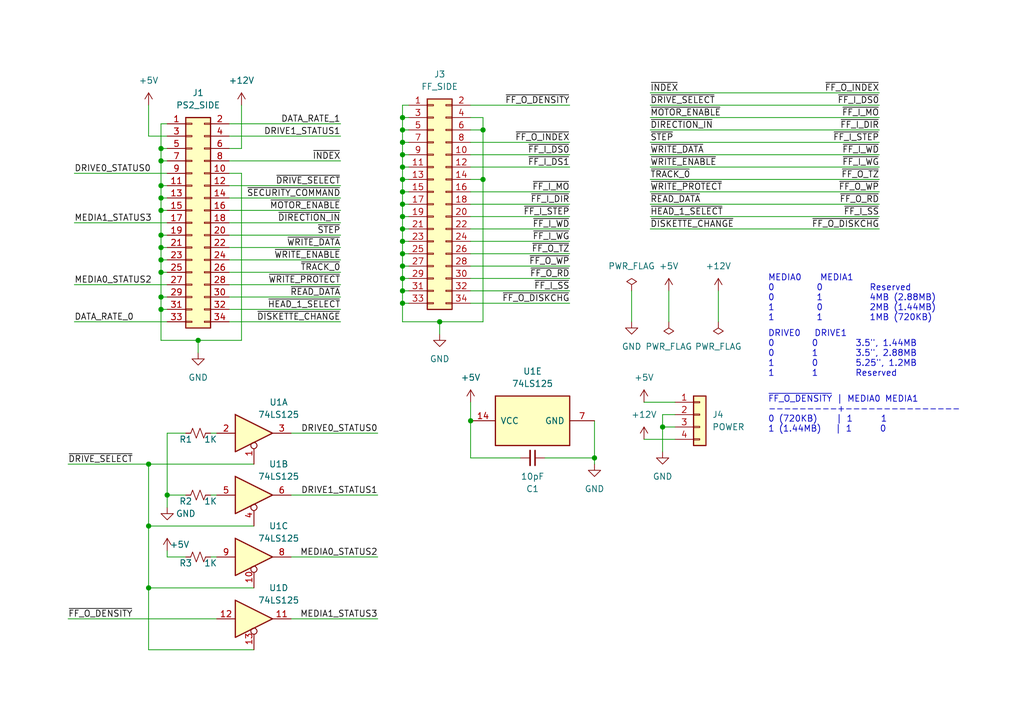
<source format=kicad_sch>
(kicad_sch (version 20211123) (generator eeschema)
  (paper "A5")
  (title_block (title "PS/2 FlashFloppy Media Sense Adapter") (date "2022-09-28") (rev "B") (company "June Tate-Gans (Nybbles and Bytes)") (comment 1 "june@theonelab.com"))
  (lib_symbols
    (symbol "74xx:74LS125" (pin_names (offset 1.016))
      (property "Reference" "U" (at 0 1.27 0))
      (property "Value" "74LS125" (at 0 -1.27 0))
      (symbol "74LS125_1_0"
        (polyline (pts (xy -3.81 3.81) (xy -3.81 -3.81) (xy 3.81 0) (xy -3.81 3.81)) (stroke (width 0.254)) (fill (type background)))
        (pin input inverted (at 0 -6.35 90) (length 4.445) (name "~") (number "1"))
        (pin input line (at -7.62 0 0) (length 3.81) (name "~") (number "2"))
        (pin tri_state line (at 7.62 0 180) (length 3.81) (name "~") (number "3"))
      )
      (symbol "74LS125_2_0"
        (polyline (pts (xy -3.81 3.81) (xy -3.81 -3.81) (xy 3.81 0) (xy -3.81 3.81)) (stroke (width 0.254)) (fill (type background)))
        (pin input inverted (at 0 -6.35 90) (length 4.445) (name "~") (number "4"))
        (pin input line (at -7.62 0 0) (length 3.81) (name "~") (number "5"))
        (pin tri_state line (at 7.62 0 180) (length 3.81) (name "~") (number "6"))
      )
      (symbol "74LS125_3_0"
        (polyline (pts (xy -3.81 3.81) (xy -3.81 -3.81) (xy 3.81 0) (xy -3.81 3.81)) (stroke (width 0.254)) (fill (type background)))
        (pin input inverted (at 0 -6.35 90) (length 4.445) (name "~") (number "10"))
        (pin tri_state line (at 7.62 0 180) (length 3.81) (name "~") (number "8"))
        (pin input line (at -7.62 0 0) (length 3.81) (name "~") (number "9"))
      )
      (symbol "74LS125_4_0"
        (polyline (pts (xy -3.81 3.81) (xy -3.81 -3.81) (xy 3.81 0) (xy -3.81 3.81)) (stroke (width 0.254)) (fill (type background)))
        (pin tri_state line (at 7.62 0 180) (length 3.81) (name "~") (number "11"))
        (pin input line (at -7.62 0 0) (length 3.81) (name "~") (number "12"))
        (pin input inverted (at 0 -6.35 90) (length 4.445) (name "~") (number "13"))
      )
      (symbol "74LS125_5_0"
        (pin power_in line (at 0 12.7 270) (length 5.08) (name "VCC") (number "14"))
        (pin power_in line (at 0 -12.7 90) (length 5.08) (name "GND") (number "7"))
      )
      (symbol "74LS125_5_1"
        (rectangle (start -5.08 7.62) (end 5.08 -7.62) (stroke (width 0.254)) (fill (type background)))
      )
    )
    (symbol "Conn_02x17_Odd_Even_1" (pin_names (offset 1.016) hide)
      (property "Reference" "J" (at 1.27 22.86 0))
      (property "Value" "Conn_02x17_Odd_Even_1" (at 1.27 -22.86 0))
      (symbol "Conn_02x17_Odd_Even_1_1_1"
        (rectangle (start -1.27 -20.193) (end 0 -20.447) (stroke (width 0.1524)))
        (rectangle (start -1.27 -17.653) (end 0 -17.907) (stroke (width 0.1524)))
        (rectangle (start -1.27 -15.113) (end 0 -15.367) (stroke (width 0.1524)))
        (rectangle (start -1.27 -12.573) (end 0 -12.827) (stroke (width 0.1524)))
        (rectangle (start -1.27 -10.033) (end 0 -10.287) (stroke (width 0.1524)))
        (rectangle (start -1.27 -7.493) (end 0 -7.747) (stroke (width 0.1524)))
        (rectangle (start -1.27 -4.953) (end 0 -5.207) (stroke (width 0.1524)))
        (rectangle (start -1.27 -2.413) (end 0 -2.667) (stroke (width 0.1524)))
        (rectangle (start -1.27 0.127) (end 0 -0.127) (stroke (width 0.1524)))
        (rectangle (start -1.27 2.667) (end 0 2.413) (stroke (width 0.1524)))
        (rectangle (start -1.27 5.207) (end 0 4.953) (stroke (width 0.1524)))
        (rectangle (start -1.27 7.747) (end 0 7.493) (stroke (width 0.1524)))
        (rectangle (start -1.27 10.287) (end 0 10.033) (stroke (width 0.1524)))
        (rectangle (start -1.27 12.827) (end 0 12.573) (stroke (width 0.1524)))
        (rectangle (start -1.27 15.367) (end 0 15.113) (stroke (width 0.1524)))
        (rectangle (start -1.27 17.907) (end 0 17.653) (stroke (width 0.1524)))
        (rectangle (start -1.27 20.447) (end 0 20.193) (stroke (width 0.1524)))
        (rectangle (start -1.27 21.59) (end 3.81 -21.59) (stroke (width 0.254)) (fill (type background)))
        (rectangle (start 3.81 -20.193) (end 2.54 -20.447) (stroke (width 0.1524)))
        (rectangle (start 3.81 -17.653) (end 2.54 -17.907) (stroke (width 0.1524)))
        (rectangle (start 3.81 -15.113) (end 2.54 -15.367) (stroke (width 0.1524)))
        (rectangle (start 3.81 -12.573) (end 2.54 -12.827) (stroke (width 0.1524)))
        (rectangle (start 3.81 -10.033) (end 2.54 -10.287) (stroke (width 0.1524)))
        (rectangle (start 3.81 -7.493) (end 2.54 -7.747) (stroke (width 0.1524)))
        (rectangle (start 3.81 -4.953) (end 2.54 -5.207) (stroke (width 0.1524)))
        (rectangle (start 3.81 -2.413) (end 2.54 -2.667) (stroke (width 0.1524)))
        (rectangle (start 3.81 0.127) (end 2.54 -0.127) (stroke (width 0.1524)))
        (rectangle (start 3.81 2.667) (end 2.54 2.413) (stroke (width 0.1524)))
        (rectangle (start 3.81 5.207) (end 2.54 4.953) (stroke (width 0.1524)))
        (rectangle (start 3.81 7.747) (end 2.54 7.493) (stroke (width 0.1524)))
        (rectangle (start 3.81 10.287) (end 2.54 10.033) (stroke (width 0.1524)))
        (rectangle (start 3.81 12.827) (end 2.54 12.573) (stroke (width 0.1524)))
        (rectangle (start 3.81 15.367) (end 2.54 15.113) (stroke (width 0.1524)))
        (rectangle (start 3.81 17.907) (end 2.54 17.653) (stroke (width 0.1524)))
        (rectangle (start 3.81 20.447) (end 2.54 20.193) (stroke (width 0.1524)))
        (pin passive line (at -5.08 20.32 0) (length 3.81) (name "Pin_1") (number "1"))
        (pin passive line (at 7.62 10.16 180) (length 3.81) (name "Pin_10") (number "10"))
        (pin passive line (at -5.08 7.62 0) (length 3.81) (name "Pin_11") (number "11"))
        (pin passive line (at 7.62 7.62 180) (length 3.81) (name "Pin_12") (number "12"))
        (pin passive line (at -5.08 5.08 0) (length 3.81) (name "Pin_13") (number "13"))
        (pin passive line (at 7.62 5.08 180) (length 3.81) (name "Pin_14") (number "14"))
        (pin passive line (at -5.08 2.54 0) (length 3.81) (name "Pin_15") (number "15"))
        (pin passive line (at 7.62 2.54 180) (length 3.81) (name "Pin_16") (number "16"))
        (pin passive line (at -5.08 0 0) (length 3.81) (name "Pin_17") (number "17"))
        (pin passive line (at 7.62 0 180) (length 3.81) (name "Pin_18") (number "18"))
        (pin passive line (at -5.08 -2.54 0) (length 3.81) (name "Pin_19") (number "19"))
        (pin passive line (at 7.62 20.32 180) (length 3.81) (name "Pin_2") (number "2"))
        (pin passive line (at 7.62 -2.54 180) (length 3.81) (name "Pin_20") (number "20"))
        (pin passive line (at -5.08 -5.08 0) (length 3.81) (name "Pin_21") (number "21"))
        (pin passive line (at 7.62 -5.08 180) (length 3.81) (name "Pin_22") (number "22"))
        (pin passive line (at -5.08 -7.62 0) (length 3.81) (name "Pin_23") (number "23"))
        (pin passive line (at 7.62 -7.62 180) (length 3.81) (name "Pin_24") (number "24"))
        (pin passive line (at -5.08 -10.16 0) (length 3.81) (name "Pin_25") (number "25"))
        (pin passive line (at 7.62 -10.16 180) (length 3.81) (name "Pin_26") (number "26"))
        (pin passive line (at -5.08 -12.7 0) (length 3.81) (name "Pin_27") (number "27"))
        (pin passive line (at 7.62 -12.7 180) (length 3.81) (name "Pin_28") (number "28"))
        (pin passive line (at -5.08 -15.24 0) (length 3.81) (name "Pin_29") (number "29"))
        (pin passive line (at -5.08 17.78 0) (length 3.81) (name "Pin_3") (number "3"))
        (pin passive line (at 7.62 -15.24 180) (length 3.81) (name "Pin_30") (number "30"))
        (pin passive line (at -5.08 -17.78 0) (length 3.81) (name "Pin_31") (number "31"))
        (pin passive line (at 7.62 -17.78 180) (length 3.81) (name "Pin_32") (number "32"))
        (pin passive line (at -5.08 -20.32 0) (length 3.81) (name "Pin_33") (number "33"))
        (pin passive line (at 7.62 -20.32 180) (length 3.81) (name "Pin_34") (number "34"))
        (pin passive line (at 7.62 17.78 180) (length 3.81) (name "Pin_4") (number "4"))
        (pin passive line (at -5.08 15.24 0) (length 3.81) (name "Pin_5") (number "5"))
        (pin passive line (at 7.62 15.24 180) (length 3.81) (name "Pin_6") (number "6"))
        (pin passive line (at -5.08 12.7 0) (length 3.81) (name "Pin_7") (number "7"))
        (pin passive line (at 7.62 12.7 180) (length 3.81) (name "Pin_8") (number "8"))
        (pin passive line (at -5.08 10.16 0) (length 3.81) (name "Pin_9") (number "9"))
      )
    )
    (symbol "Connector_Generic:Conn_01x04" (pin_names (offset 1.016) hide)
      (property "Reference" "J" (at 0 5.08 0))
      (property "Value" "Conn_01x04" (at 0 -7.62 0))
      (symbol "Conn_01x04_1_1"
        (rectangle (start -1.27 -4.953) (end 0 -5.207) (stroke (width 0.1524)))
        (rectangle (start -1.27 -2.413) (end 0 -2.667) (stroke (width 0.1524)))
        (rectangle (start -1.27 0.127) (end 0 -0.127) (stroke (width 0.1524)))
        (rectangle (start -1.27 2.667) (end 0 2.413) (stroke (width 0.1524)))
        (rectangle (start -1.27 3.81) (end 1.27 -6.35) (stroke (width 0.254)) (fill (type background)))
        (pin passive line (at -5.08 2.54 0) (length 3.81) (name "Pin_1") (number "1"))
        (pin passive line (at -5.08 0 0) (length 3.81) (name "Pin_2") (number "2"))
        (pin passive line (at -5.08 -2.54 0) (length 3.81) (name "Pin_3") (number "3"))
        (pin passive line (at -5.08 -5.08 0) (length 3.81) (name "Pin_4") (number "4"))
      )
    )
    (symbol "Connector_Generic:Conn_02x17_Odd_Even" (pin_names (offset 1.016) hide)
      (property "Reference" "J" (at 1.27 22.86 0))
      (property "Value" "Conn_02x17_Odd_Even" (at 1.27 -22.86 0))
      (symbol "Conn_02x17_Odd_Even_1_1"
        (rectangle (start -1.27 -20.193) (end 0 -20.447) (stroke (width 0.1524)))
        (rectangle (start -1.27 -17.653) (end 0 -17.907) (stroke (width 0.1524)))
        (rectangle (start -1.27 -15.113) (end 0 -15.367) (stroke (width 0.1524)))
        (rectangle (start -1.27 -12.573) (end 0 -12.827) (stroke (width 0.1524)))
        (rectangle (start -1.27 -10.033) (end 0 -10.287) (stroke (width 0.1524)))
        (rectangle (start -1.27 -7.493) (end 0 -7.747) (stroke (width 0.1524)))
        (rectangle (start -1.27 -4.953) (end 0 -5.207) (stroke (width 0.1524)))
        (rectangle (start -1.27 -2.413) (end 0 -2.667) (stroke (width 0.1524)))
        (rectangle (start -1.27 0.127) (end 0 -0.127) (stroke (width 0.1524)))
        (rectangle (start -1.27 2.667) (end 0 2.413) (stroke (width 0.1524)))
        (rectangle (start -1.27 5.207) (end 0 4.953) (stroke (width 0.1524)))
        (rectangle (start -1.27 7.747) (end 0 7.493) (stroke (width 0.1524)))
        (rectangle (start -1.27 10.287) (end 0 10.033) (stroke (width 0.1524)))
        (rectangle (start -1.27 12.827) (end 0 12.573) (stroke (width 0.1524)))
        (rectangle (start -1.27 15.367) (end 0 15.113) (stroke (width 0.1524)))
        (rectangle (start -1.27 17.907) (end 0 17.653) (stroke (width 0.1524)))
        (rectangle (start -1.27 20.447) (end 0 20.193) (stroke (width 0.1524)))
        (rectangle (start -1.27 21.59) (end 3.81 -21.59) (stroke (width 0.254)) (fill (type background)))
        (rectangle (start 3.81 -20.193) (end 2.54 -20.447) (stroke (width 0.1524)))
        (rectangle (start 3.81 -17.653) (end 2.54 -17.907) (stroke (width 0.1524)))
        (rectangle (start 3.81 -15.113) (end 2.54 -15.367) (stroke (width 0.1524)))
        (rectangle (start 3.81 -12.573) (end 2.54 -12.827) (stroke (width 0.1524)))
        (rectangle (start 3.81 -10.033) (end 2.54 -10.287) (stroke (width 0.1524)))
        (rectangle (start 3.81 -7.493) (end 2.54 -7.747) (stroke (width 0.1524)))
        (rectangle (start 3.81 -4.953) (end 2.54 -5.207) (stroke (width 0.1524)))
        (rectangle (start 3.81 -2.413) (end 2.54 -2.667) (stroke (width 0.1524)))
        (rectangle (start 3.81 0.127) (end 2.54 -0.127) (stroke (width 0.1524)))
        (rectangle (start 3.81 2.667) (end 2.54 2.413) (stroke (width 0.1524)))
        (rectangle (start 3.81 5.207) (end 2.54 4.953) (stroke (width 0.1524)))
        (rectangle (start 3.81 7.747) (end 2.54 7.493) (stroke (width 0.1524)))
        (rectangle (start 3.81 10.287) (end 2.54 10.033) (stroke (width 0.1524)))
        (rectangle (start 3.81 12.827) (end 2.54 12.573) (stroke (width 0.1524)))
        (rectangle (start 3.81 15.367) (end 2.54 15.113) (stroke (width 0.1524)))
        (rectangle (start 3.81 17.907) (end 2.54 17.653) (stroke (width 0.1524)))
        (rectangle (start 3.81 20.447) (end 2.54 20.193) (stroke (width 0.1524)))
        (pin passive line (at -5.08 20.32 0) (length 3.81) (name "Pin_1") (number "1"))
        (pin passive line (at 7.62 10.16 180) (length 3.81) (name "Pin_10") (number "10"))
        (pin passive line (at -5.08 7.62 0) (length 3.81) (name "Pin_11") (number "11"))
        (pin passive line (at 7.62 7.62 180) (length 3.81) (name "Pin_12") (number "12"))
        (pin passive line (at -5.08 5.08 0) (length 3.81) (name "Pin_13") (number "13"))
        (pin passive line (at 7.62 5.08 180) (length 3.81) (name "Pin_14") (number "14"))
        (pin passive line (at -5.08 2.54 0) (length 3.81) (name "Pin_15") (number "15"))
        (pin passive line (at 7.62 2.54 180) (length 3.81) (name "Pin_16") (number "16"))
        (pin passive line (at -5.08 0 0) (length 3.81) (name "Pin_17") (number "17"))
        (pin passive line (at 7.62 0 180) (length 3.81) (name "Pin_18") (number "18"))
        (pin passive line (at -5.08 -2.54 0) (length 3.81) (name "Pin_19") (number "19"))
        (pin passive line (at 7.62 20.32 180) (length 3.81) (name "Pin_2") (number "2"))
        (pin passive line (at 7.62 -2.54 180) (length 3.81) (name "Pin_20") (number "20"))
        (pin passive line (at -5.08 -5.08 0) (length 3.81) (name "Pin_21") (number "21"))
        (pin passive line (at 7.62 -5.08 180) (length 3.81) (name "Pin_22") (number "22"))
        (pin passive line (at -5.08 -7.62 0) (length 3.81) (name "Pin_23") (number "23"))
        (pin passive line (at 7.62 -7.62 180) (length 3.81) (name "Pin_24") (number "24"))
        (pin passive line (at -5.08 -10.16 0) (length 3.81) (name "Pin_25") (number "25"))
        (pin passive line (at 7.62 -10.16 180) (length 3.81) (name "Pin_26") (number "26"))
        (pin passive line (at -5.08 -12.7 0) (length 3.81) (name "Pin_27") (number "27"))
        (pin passive line (at 7.62 -12.7 180) (length 3.81) (name "Pin_28") (number "28"))
        (pin passive line (at -5.08 -15.24 0) (length 3.81) (name "Pin_29") (number "29"))
        (pin passive line (at -5.08 17.78 0) (length 3.81) (name "Pin_3") (number "3"))
        (pin passive line (at 7.62 -15.24 180) (length 3.81) (name "Pin_30") (number "30"))
        (pin passive line (at -5.08 -17.78 0) (length 3.81) (name "Pin_31") (number "31"))
        (pin passive line (at 7.62 -17.78 180) (length 3.81) (name "Pin_32") (number "32"))
        (pin passive line (at -5.08 -20.32 0) (length 3.81) (name "Pin_33") (number "33"))
        (pin passive line (at 7.62 -20.32 180) (length 3.81) (name "Pin_34") (number "34"))
        (pin passive line (at 7.62 17.78 180) (length 3.81) (name "Pin_4") (number "4"))
        (pin passive line (at -5.08 15.24 0) (length 3.81) (name "Pin_5") (number "5"))
        (pin passive line (at 7.62 15.24 180) (length 3.81) (name "Pin_6") (number "6"))
        (pin passive line (at -5.08 12.7 0) (length 3.81) (name "Pin_7") (number "7"))
        (pin passive line (at 7.62 12.7 180) (length 3.81) (name "Pin_8") (number "8"))
        (pin passive line (at -5.08 10.16 0) (length 3.81) (name "Pin_9") (number "9"))
      )
    )
    (symbol "Device:C_Small" (pin_numbers hide) (pin_names (offset 0.254) hide)
      (property "Reference" "C" (at 0.254 1.778 0))
      (property "Value" "C_Small" (at 0.254 -2.032 0))
      (symbol "C_Small_0_1"
        (polyline (pts (xy -1.524 -0.508) (xy 1.524 -0.508)) (stroke (width 0.3302)))
        (polyline (pts (xy -1.524 0.508) (xy 1.524 0.508)) (stroke (width 0.3048)))
      )
      (symbol "C_Small_1_1"
        (pin passive line (at 0 2.54 270) (length 2.032) (name "~") (number "1"))
        (pin passive line (at 0 -2.54 90) (length 2.032) (name "~") (number "2"))
      )
    )
    (symbol "Device:R_Small_US" (pin_numbers hide) (pin_names (offset 0.254) hide)
      (property "Reference" "R" (at 0.762 0.508 0))
      (property "Value" "R_Small_US" (at 0.762 -1.016 0))
      (symbol "R_Small_US_1_1"
        (polyline (pts (xy 0 0) (xy 1.016 -0.381) (xy 0 -0.762) (xy -1.016 -1.143) (xy 0 -1.524)))
        (polyline (pts (xy 0 1.524) (xy 1.016 1.143) (xy 0 0.762) (xy -1.016 0.381) (xy 0 0)))
        (pin passive line (at 0 2.54 270) (length 1.016) (name "~") (number "1"))
        (pin passive line (at 0 -2.54 90) (length 1.016) (name "~") (number "2"))
      )
    )
    (symbol "power:+12V" (power) (pin_names (offset 0))
      (property "Value" "+12V" (at 0 3.556 0))
      (symbol "+12V_0_1"
        (polyline (pts (xy -0.762 1.27) (xy 0 2.54)))
        (polyline (pts (xy 0 0) (xy 0 2.54)))
        (polyline (pts (xy 0 2.54) (xy 0.762 1.27)))
      )
      (symbol "+12V_1_1"
        (pin power_in line (at 0 0 90) (length 0) hide (name "+12V") (number "1"))
      )
    )
    (symbol "power:+5V" (power) (pin_names (offset 0))
      (property "Value" "+5V" (at 0 3.556 0))
      (symbol "+5V_0_1"
        (polyline (pts (xy -0.762 1.27) (xy 0 2.54)))
        (polyline (pts (xy 0 0) (xy 0 2.54)))
        (polyline (pts (xy 0 2.54) (xy 0.762 1.27)))
      )
      (symbol "+5V_1_1"
        (pin power_in line (at 0 0 90) (length 0) hide (name "+5V") (number "1"))
      )
    )
    (symbol "power:GND" (power) (pin_names (offset 0))
      (property "Value" "GND" (at 0 -3.81 0))
      (symbol "GND_0_1"
        (polyline (pts (xy 0 0) (xy 0 -1.27) (xy 1.27 -1.27) (xy 0 -2.54) (xy -1.27 -1.27) (xy 0 -1.27)))
      )
      (symbol "GND_1_1"
        (pin power_in line (at 0 0 270) (length 0) hide (name "GND") (number "1"))
      )
    )
    (symbol "power:PWR_FLAG" (power) (pin_numbers hide) (pin_names (offset 0) hide)
      (property "Value" "PWR_FLAG" (at 0 3.81 0))
      (symbol "PWR_FLAG_0_0"
        (pin power_out line (at 0 0 90) (length 0) (name "pwr") (number "1"))
      )
      (symbol "PWR_FLAG_0_1"
        (polyline (pts (xy 0 0) (xy 0 1.27) (xy -1.016 1.905) (xy 0 2.54) (xy 1.016 1.905) (xy 0 1.27)))
      )
    )
  )
  (junction (at 96.52 86.36))
  (junction (at 33.02 60.96))
  (junction (at 82.55 36.83))
  (junction (at 33.02 50.8))
  (junction (at 33.02 40.64))
  (junction (at 33.02 63.5))
  (junction (at 90.17 66.04))
  (junction (at 99.06 36.83))
  (junction (at 82.55 34.29))
  (junction (at 121.92 93.98))
  (junction (at 82.55 26.67))
  (junction (at 135.89 87.63))
  (junction (at 33.02 55.88))
  (junction (at 33.02 33.02))
  (junction (at 82.55 29.21))
  (junction (at 33.02 48.26))
  (junction (at 40.64 69.85))
  (junction (at 33.02 38.1))
  (junction (at 33.02 43.18))
  (junction (at 82.55 31.75))
  (junction (at 34.29 101.6))
  (junction (at 82.55 46.99))
  (junction (at 82.55 62.23))
  (junction (at 82.55 52.07))
  (junction (at 82.55 54.61))
  (junction (at 30.48 95.25))
  (junction (at 30.48 120.65))
  (junction (at 82.55 44.45))
  (junction (at 82.55 41.91))
  (junction (at 99.06 26.67))
  (junction (at 82.55 49.53))
  (junction (at 82.55 24.13))
  (junction (at 82.55 57.15))
  (junction (at 30.48 107.95))
  (junction (at 33.02 30.48))
  (junction (at 82.55 39.37))
  (junction (at 33.02 53.34))
  (junction (at 82.55 59.69))
  (wire (pts (xy 96.52 31.75) (xy 116.84 31.75)))
  (wire (pts (xy 38.1 101.6) (xy 34.29 101.6)))
  (wire (pts (xy 82.55 46.99) (xy 83.82 46.99)))
  (wire (pts (xy 30.48 133.35) (xy 52.07 133.35)))
  (wire (pts (xy 96.52 93.98) (xy 106.68 93.98)))
  (wire (pts (xy 82.55 59.69) (xy 82.55 62.23)))
  (wire (pts (xy 30.48 27.94) (xy 34.29 27.94)))
  (wire (pts (xy 135.89 87.63) (xy 138.43 87.63)))
  (wire (pts (xy 96.52 36.83) (xy 99.06 36.83)))
  (wire (pts (xy 82.55 41.91) (xy 83.82 41.91)))
  (wire (pts (xy 15.24 45.72) (xy 34.29 45.72)))
  (wire (pts (xy 30.48 107.95) (xy 52.07 107.95)))
  (wire (pts (xy 40.64 72.39) (xy 40.64 69.85)))
  (wire (pts (xy 33.02 40.64) (xy 34.29 40.64)))
  (wire (pts (xy 33.02 48.26) (xy 33.02 50.8)))
  (wire (pts (xy 82.55 34.29) (xy 82.55 36.83)))
  (wire (pts (xy 46.99 63.5) (xy 69.85 63.5)))
  (wire (pts (xy 96.52 59.69) (xy 116.84 59.69)))
  (wire (pts (xy 33.02 30.48) (xy 34.29 30.48)))
  (wire (pts (xy 82.55 39.37) (xy 82.55 41.91)))
  (wire (pts (xy 82.55 31.75) (xy 83.82 31.75)))
  (wire (pts (xy 43.18 114.3) (xy 44.45 114.3)))
  (wire (pts (xy 90.17 66.04) (xy 99.06 66.04)))
  (wire (pts (xy 59.69 127) (xy 77.47 127)))
  (wire (pts (xy 133.35 41.91) (xy 180.34 41.91)))
  (wire (pts (xy 30.48 95.25) (xy 30.48 107.95)))
  (wire (pts (xy 33.02 69.85) (xy 40.64 69.85)))
  (wire (pts (xy 82.55 26.67) (xy 83.82 26.67)))
  (wire (pts (xy 30.48 120.65) (xy 30.48 133.35)))
  (wire (pts (xy 82.55 62.23) (xy 82.55 66.04)))
  (wire (pts (xy 34.29 88.9) (xy 38.1 88.9)))
  (wire (pts (xy 46.99 45.72) (xy 69.85 45.72)))
  (wire (pts (xy 82.55 24.13) (xy 82.55 26.67)))
  (wire (pts (xy 82.55 44.45) (xy 83.82 44.45)))
  (wire (pts (xy 33.02 60.96) (xy 34.29 60.96)))
  (wire (pts (xy 33.02 50.8) (xy 34.29 50.8)))
  (wire (pts (xy 99.06 24.13) (xy 99.06 26.67)))
  (wire (pts (xy 33.02 55.88) (xy 33.02 60.96)))
  (wire (pts (xy 82.55 62.23) (xy 83.82 62.23)))
  (wire (pts (xy 59.69 114.3) (xy 77.47 114.3)))
  (wire (pts (xy 43.18 101.6) (xy 44.45 101.6)))
  (wire (pts (xy 83.82 21.59) (xy 82.55 21.59)))
  (wire (pts (xy 133.35 19.05) (xy 180.34 19.05)))
  (wire (pts (xy 96.52 46.99) (xy 116.84 46.99)))
  (wire (pts (xy 40.64 69.85) (xy 49.53 69.85)))
  (wire (pts (xy 33.02 38.1) (xy 33.02 40.64)))
  (wire (pts (xy 147.32 59.69) (xy 147.32 66.04)))
  (wire (pts (xy 96.52 62.23) (xy 116.84 62.23)))
  (wire (pts (xy 82.55 21.59) (xy 82.55 24.13)))
  (wire (pts (xy 33.02 33.02) (xy 33.02 38.1)))
  (wire (pts (xy 30.48 107.95) (xy 30.48 120.65)))
  (wire (pts (xy 96.52 24.13) (xy 99.06 24.13)))
  (wire (pts (xy 30.48 120.65) (xy 52.07 120.65)))
  (wire (pts (xy 34.29 101.6) (xy 34.29 88.9)))
  (wire (pts (xy 15.24 58.42) (xy 34.29 58.42)))
  (wire (pts (xy 133.35 46.99) (xy 180.34 46.99)))
  (wire (pts (xy 82.55 41.91) (xy 82.55 44.45)))
  (wire (pts (xy 96.52 34.29) (xy 116.84 34.29)))
  (wire (pts (xy 99.06 26.67) (xy 99.06 36.83)))
  (wire (pts (xy 49.53 35.56) (xy 49.53 69.85)))
  (wire (pts (xy 33.02 33.02) (xy 34.29 33.02)))
  (wire (pts (xy 34.29 113.03) (xy 34.29 114.3)))
  (wire (pts (xy 129.54 59.69) (xy 129.54 66.04)))
  (wire (pts (xy 135.89 87.63) (xy 135.89 85.09)))
  (wire (pts (xy 121.92 86.36) (xy 121.92 93.98)))
  (wire (pts (xy 43.18 88.9) (xy 44.45 88.9)))
  (wire (pts (xy 82.55 52.07) (xy 82.55 54.61)))
  (wire (pts (xy 38.1 114.3) (xy 34.29 114.3)))
  (wire (pts (xy 82.55 49.53) (xy 83.82 49.53)))
  (wire (pts (xy 13.97 95.25) (xy 30.48 95.25)))
  (wire (pts (xy 59.69 88.9) (xy 77.47 88.9)))
  (wire (pts (xy 15.24 66.04) (xy 34.29 66.04)))
  (wire (pts (xy 133.35 29.21) (xy 180.34 29.21)))
  (wire (pts (xy 96.52 26.67) (xy 99.06 26.67)))
  (wire (pts (xy 46.99 30.48) (xy 49.53 30.48)))
  (wire (pts (xy 82.55 59.69) (xy 83.82 59.69)))
  (wire (pts (xy 33.02 50.8) (xy 33.02 53.34)))
  (wire (pts (xy 30.48 95.25) (xy 52.07 95.25)))
  (wire (pts (xy 132.08 90.17) (xy 138.43 90.17)))
  (wire (pts (xy 135.89 85.09) (xy 138.43 85.09)))
  (wire (pts (xy 96.52 57.15) (xy 116.84 57.15)))
  (wire (pts (xy 82.55 26.67) (xy 82.55 29.21)))
  (wire (pts (xy 82.55 66.04) (xy 90.17 66.04)))
  (wire (pts (xy 46.99 27.94) (xy 69.85 27.94)))
  (wire (pts (xy 46.99 55.88) (xy 69.85 55.88)))
  (wire (pts (xy 135.89 92.71) (xy 135.89 87.63)))
  (wire (pts (xy 46.99 40.64) (xy 69.85 40.64)))
  (wire (pts (xy 82.55 46.99) (xy 82.55 49.53)))
  (wire (pts (xy 82.55 57.15) (xy 82.55 59.69)))
  (wire (pts (xy 82.55 52.07) (xy 83.82 52.07)))
  (wire (pts (xy 33.02 53.34) (xy 33.02 55.88)))
  (wire (pts (xy 33.02 43.18) (xy 34.29 43.18)))
  (wire (pts (xy 34.29 101.6) (xy 34.29 104.14)))
  (wire (pts (xy 82.55 57.15) (xy 83.82 57.15)))
  (wire (pts (xy 133.35 26.67) (xy 180.34 26.67)))
  (wire (pts (xy 133.35 34.29) (xy 180.34 34.29)))
  (wire (pts (xy 33.02 30.48) (xy 33.02 33.02)))
  (wire (pts (xy 133.35 44.45) (xy 180.34 44.45)))
  (wire (pts (xy 82.55 54.61) (xy 83.82 54.61)))
  (wire (pts (xy 90.17 66.04) (xy 90.17 68.58)))
  (wire (pts (xy 133.35 36.83) (xy 180.34 36.83)))
  (wire (pts (xy 133.35 39.37) (xy 180.34 39.37)))
  (wire (pts (xy 96.52 54.61) (xy 116.84 54.61)))
  (wire (pts (xy 82.55 44.45) (xy 82.55 46.99)))
  (wire (pts (xy 121.92 93.98) (xy 121.92 95.25)))
  (wire (pts (xy 46.99 58.42) (xy 69.85 58.42)))
  (wire (pts (xy 82.55 31.75) (xy 82.55 34.29)))
  (wire (pts (xy 96.52 52.07) (xy 116.84 52.07)))
  (wire (pts (xy 82.55 39.37) (xy 83.82 39.37)))
  (wire (pts (xy 46.99 60.96) (xy 69.85 60.96)))
  (wire (pts (xy 133.35 31.75) (xy 180.34 31.75)))
  (wire (pts (xy 33.02 53.34) (xy 34.29 53.34)))
  (wire (pts (xy 46.99 53.34) (xy 69.85 53.34)))
  (wire (pts (xy 82.55 34.29) (xy 83.82 34.29)))
  (wire (pts (xy 33.02 25.4) (xy 33.02 30.48)))
  (wire (pts (xy 33.02 43.18) (xy 33.02 48.26)))
  (wire (pts (xy 82.55 36.83) (xy 83.82 36.83)))
  (wire (pts (xy 82.55 54.61) (xy 82.55 57.15)))
  (wire (pts (xy 33.02 63.5) (xy 34.29 63.5)))
  (wire (pts (xy 111.76 93.98) (xy 121.92 93.98)))
  (wire (pts (xy 46.99 25.4) (xy 69.85 25.4)))
  (wire (pts (xy 137.16 59.69) (xy 137.16 66.04)))
  (wire (pts (xy 33.02 40.64) (xy 33.02 43.18)))
  (wire (pts (xy 33.02 25.4) (xy 34.29 25.4)))
  (wire (pts (xy 99.06 36.83) (xy 99.06 66.04)))
  (wire (pts (xy 13.97 127) (xy 44.45 127)))
  (wire (pts (xy 30.48 27.94) (xy 30.48 21.59)))
  (wire (pts (xy 96.52 82.55) (xy 96.52 86.36)))
  (wire (pts (xy 59.69 101.6) (xy 77.47 101.6)))
  (wire (pts (xy 96.52 41.91) (xy 116.84 41.91)))
  (wire (pts (xy 46.99 43.18) (xy 69.85 43.18)))
  (wire (pts (xy 33.02 63.5) (xy 33.02 69.85)))
  (wire (pts (xy 133.35 24.13) (xy 180.34 24.13)))
  (wire (pts (xy 96.52 21.59) (xy 116.84 21.59)))
  (wire (pts (xy 96.52 49.53) (xy 116.84 49.53)))
  (wire (pts (xy 49.53 30.48) (xy 49.53 21.59)))
  (wire (pts (xy 96.52 39.37) (xy 116.84 39.37)))
  (wire (pts (xy 46.99 38.1) (xy 69.85 38.1)))
  (wire (pts (xy 33.02 55.88) (xy 34.29 55.88)))
  (wire (pts (xy 46.99 33.02) (xy 69.85 33.02)))
  (wire (pts (xy 46.99 35.56) (xy 49.53 35.56)))
  (wire (pts (xy 133.35 21.59) (xy 180.34 21.59)))
  (wire (pts (xy 82.55 29.21) (xy 83.82 29.21)))
  (wire (pts (xy 33.02 48.26) (xy 34.29 48.26)))
  (wire (pts (xy 82.55 36.83) (xy 82.55 39.37)))
  (wire (pts (xy 82.55 49.53) (xy 82.55 52.07)))
  (wire (pts (xy 132.08 82.55) (xy 138.43 82.55)))
  (wire (pts (xy 33.02 60.96) (xy 33.02 63.5)))
  (wire (pts (xy 96.52 29.21) (xy 116.84 29.21)))
  (wire (pts (xy 15.24 35.56) (xy 34.29 35.56)))
  (wire (pts (xy 96.52 86.36) (xy 96.52 93.98)))
  (wire (pts (xy 46.99 48.26) (xy 69.85 48.26)))
  (wire (pts (xy 82.55 24.13) (xy 83.82 24.13)))
  (wire (pts (xy 96.52 44.45) (xy 116.84 44.45)))
  (wire (pts (xy 82.55 29.21) (xy 82.55 31.75)))
  (wire (pts (xy 33.02 38.1) (xy 34.29 38.1)))
  (wire (pts (xy 46.99 50.8) (xy 69.85 50.8)))
  (wire (pts (xy 46.99 66.04) (xy 69.85 66.04)))
  (text "DRIVE0   DRIVE1\n0        0        3.5\", 1.44MB\n0        1        3.5\", 2.88MB\n1        0        5.25\", 1.2MB\n1        1        Reserved" (at 157.48 77.47 0) (effects (font (size 1.27 1.27)) (justify left bottom)))
  (text "MEDIA0    MEDIA1\n0         0          Reserved\n0         1          4MB (2.88MB)\n1         0          2MB (1.44MB)\n1         1          1MB (720KB)" (at 157.48 66.04 0) (effects (font (size 1.27 1.27)) (justify left bottom)))
  (text "~{FF_O_DENSITY} | MEDIA0 MEDIA1\n---------+---------------\n0 (720KB)    | 1      1\n1 (1.44MB)   | 1      0" (at 157.48 88.9 0) (effects (font (size 1.27 1.27)) (justify left bottom)))
  (label "~{MOTOR_ENABLE}" (at 133.35 24.13 0))
  (label "~{WRITE_PROTECT}" (at 133.35 39.37 0))
  (label "DRIVE0_STATUS0" (at 15.24 35.56 0))
  (label "~{STEP}" (at 69.85 48.26 180))
  (label "MEDIA0_STATUS2" (at 77.47 114.3 180))
  (label "~{DRIVE_SELECT}" (at 69.85 38.1 180))
  (label "~{FF_O_WP}" (at 116.84 54.61 180))
  (label "~{FF_O_RD}" (at 116.84 57.15 180))
  (label "MEDIA1_STATUS3" (at 77.47 127 180))
  (label "DRIVE1_STATUS1" (at 77.47 101.6 180))
  (label "~{MOTOR_ENABLE}" (at 69.85 43.18 180))
  (label "~{DISKETTE_CHANGE}" (at 133.35 46.99 0))
  (label "~{DIRECTION_IN}" (at 133.35 26.67 0))
  (label "DRIVE1_STATUS1" (at 69.85 27.94 180))
  (label "~{WRITE_DATA}" (at 69.85 50.8 180))
  (label "~{WRITE_ENABLE}" (at 69.85 53.34 180))
  (label "~{SECURITY_COMMAND}" (at 69.85 40.64 180))
  (label "~{READ_DATA}" (at 69.85 60.96 180))
  (label "~{FF_I_WD}" (at 116.84 46.99 180))
  (label "~{FF_O_INDEX}" (at 180.34 19.05 180))
  (label "~{FF_I_MO}" (at 116.84 39.37 180))
  (label "~{FF_O_RD}" (at 180.34 41.91 180))
  (label "~{READ_DATA}" (at 133.35 41.91 0))
  (label "DRIVE0_STATUS0" (at 77.47 88.9 180))
  (label "MEDIA1_STATUS3" (at 15.24 45.72 0))
  (label "~{FF_I_DS1}" (at 116.84 34.29 180))
  (label "~{FF_I_WG}" (at 116.84 49.53 180))
  (label "~{INDEX}" (at 133.35 19.05 0))
  (label "DATA_RATE_1" (at 69.85 25.4 180))
  (label "~{FF_O_WP}" (at 180.34 39.37 180))
  (label "~{INDEX}" (at 69.85 33.02 180))
  (label "~{WRITE_PROTECT}" (at 69.85 58.42 180))
  (label "~{FF_I_WD}" (at 180.34 31.75 180))
  (label "~{FF_I_WG}" (at 180.34 34.29 180))
  (label "~{FF_O_TZ}" (at 116.84 52.07 180))
  (label "~{FF_I_STEP}" (at 116.84 44.45 180))
  (label "~{FF_I_SS}" (at 116.84 59.69 180))
  (label "~{WRITE_ENABLE}" (at 133.35 34.29 0))
  (label "~{FF_I_MO}" (at 180.34 24.13 180))
  (label "DATA_RATE_0" (at 15.24 66.04 0))
  (label "~{FF_O_DISKCHG}" (at 116.84 62.23 180))
  (label "~{TRACK_0}" (at 133.35 36.83 0))
  (label "~{FF_O_TZ}" (at 180.34 36.83 180))
  (label "~{STEP}" (at 133.35 29.21 0))
  (label "~{DRIVE_SELECT}" (at 133.35 21.59 0))
  (label "~{FF_O_INDEX}" (at 116.84 29.21 180))
  (label "~{FF_I_DIR}" (at 180.34 26.67 180))
  (label "MEDIA0_STATUS2" (at 15.24 58.42 0))
  (label "~{HEAD_1_SELECT}" (at 133.35 44.45 0))
  (label "~{DISKETTE_CHANGE}" (at 69.85 66.04 180))
  (label "~{FF_I_DS0}" (at 180.34 21.59 180))
  (label "~{DIRECTION_IN}" (at 69.85 45.72 180))
  (label "~{HEAD_1_SELECT}" (at 69.85 63.5 180))
  (label "~{TRACK_0}" (at 69.85 55.88 180))
  (label "~{FF_I_STEP}" (at 180.34 29.21 180))
  (label "~{FF_I_SS}" (at 180.34 44.45 180))
  (label "~{FF_I_DIR}" (at 116.84 41.91 180))
  (label "~{FF_O_DENSITY}" (at 116.84 21.59 180))
  (label "~{FF_I_DS0}" (at 116.84 31.75 180))
  (label "~{FF_O_DISKCHG}" (at 180.34 46.99 180))
  (label "~{WRITE_DATA}" (at 133.35 31.75 0))
  (label "~{DRIVE_SELECT}" (at 13.97 95.25 0))
  (label "~{FF_O_DENSITY}" (at 13.97 127 0))
  (symbol (lib_id "power:+5V") (at 96.52 82.55 0) (unit 1)
    (property "Reference" "#PWR09" (effects hide))
    (property "Value" "+5V" (at 96.52 77.47 0))
  )
  (symbol (lib_id "power:GND") (at 121.92 95.25 0) (unit 1)
    (property "Reference" "#PWR010" (effects hide))
    (property "Value" "GND" (at 121.92 100.33 0))
  )
  (symbol (lib_id "power:+5V") (at 34.29 113.03 0) (unit 1)
    (property "Reference" "#PWR02" (effects hide))
    (property "Value" "+5V" (at 36.83 111.76 0))
  )
  (symbol (lib_id "74xx:74LS125") (at 52.07 127 0) (unit 4)
    (property "Reference" "U1" (at 57.15 120.65 0))
    (property "Value" "74LS125" (at 57.15 123.19 0))
    (property "Footprint" "Package_SO:SOIC-14_3.9x8.7mm_P1.27mm" (effects hide))
    (property "Datasheet" "http://www.ti.com/lit/gpn/sn74LS125" (effects hide))
  )
  (symbol (lib_id "power:+12V") (at 132.08 90.17 0) (unit 1)
    (property "Reference" "#PWR07" (effects hide))
    (property "Value" "+12V" (at 132.08 85.09 0))
  )
  (symbol (lib_id "power:+12V") (at 49.53 21.59 0) (unit 1)
    (property "Reference" "#PWR04" (effects hide))
    (property "Value" "+12V" (at 49.53 16.51 0))
  )
  (symbol (lib_id "74xx:74LS125") (at 52.07 88.9 0) (unit 1)
    (property "Reference" "U1" (at 57.15 82.55 0))
    (property "Value" "74LS125" (at 57.15 85.09 0))
    (property "Footprint" "Package_SO:SOIC-14_3.9x8.7mm_P1.27mm" (effects hide))
    (property "Datasheet" "http://www.ti.com/lit/gpn/sn74LS125" (effects hide))
  )
  (symbol (lib_name "Conn_02x17_Odd_Even_1") (lib_id "Connector_Generic:Conn_02x17_Odd_Even") (at 39.37 45.72 0) (unit 1)
    (property "Reference" "J1" (at 40.64 19.05 0))
    (property "Value" "PS2_SIDE" (at 40.64 21.59 0))
    (property "Footprint" "Connector_IDC:IDC-Header_2x17_P2.54mm_Horizontal" (effects hide))
  )
  (symbol (lib_id "power:+12V") (at 147.32 59.69 0) (unit 1)
    (property "Reference" "#PWR0103" (effects hide))
    (property "Value" "+12V" (at 147.32 54.61 0))
  )
  (symbol (lib_id "74xx:74LS125") (at 52.07 114.3 0) (unit 3)
    (property "Reference" "U1" (at 57.15 107.95 0))
    (property "Value" "74LS125" (at 57.15 110.49 0))
    (property "Footprint" "Package_SO:SOIC-14_3.9x8.7mm_P1.27mm" (effects hide))
    (property "Datasheet" "http://www.ti.com/lit/gpn/sn74LS125" (effects hide))
  )
  (symbol (lib_id "Device:R_Small_US") (at 40.64 88.9 270) (unit 1)
    (property "Reference" "R1" (at 38.1 90.17 90))
    (property "Value" "1K" (at 43.18 90.17 90))
    (property "Footprint" "Resistor_SMD:R_0805_2012Metric" (effects hide))
  )
  (symbol (lib_id "Connector_Generic:Conn_01x04") (at 143.51 85.09 0) (unit 1)
    (property "Reference" "J4" (at 146.05 85.0899 0) (effects (justify left)))
    (property "Value" "POWER" (at 146.05 87.6299 0) (effects (justify left)))
    (property "Footprint" "Connector_PinHeader_2.54mm:PinHeader_1x04_P2.54mm_Vertical" (effects hide))
  )
  (symbol (lib_id "74xx:74LS125") (at 52.07 101.6 0) (unit 2)
    (property "Reference" "U1" (at 57.15 95.25 0))
    (property "Value" "74LS125" (at 57.15 97.79 0))
    (property "Footprint" "Package_SO:SOIC-14_3.9x8.7mm_P1.27mm" (effects hide))
    (property "Datasheet" "http://www.ti.com/lit/gpn/sn74LS125" (effects hide))
  )
  (symbol (lib_id "power:GND") (at 40.64 72.39 0) (unit 1)
    (property "Reference" "#PWR03" (effects hide))
    (property "Value" "GND" (at 40.64 77.47 0))
  )
  (symbol (lib_id "power:+5V") (at 132.08 82.55 0) (unit 1)
    (property "Reference" "#PWR06" (effects hide))
    (property "Value" "+5V" (at 132.08 77.47 0))
  )
  (symbol (lib_id "power:GND") (at 90.17 68.58 0) (unit 1)
    (property "Reference" "#PWR05" (effects hide))
    (property "Value" "GND" (at 90.17 73.66 0))
  )
  (symbol (lib_id "Device:R_Small_US") (at 40.64 114.3 270) (unit 1)
    (property "Reference" "R3" (at 38.1 115.57 90))
    (property "Value" "1K" (at 43.18 115.57 90))
    (property "Footprint" "Resistor_SMD:R_0805_2012Metric" (effects hide))
  )
  (symbol (lib_id "power:PWR_FLAG") (at 129.54 59.69 0) (unit 1)
    (property "Reference" "#FLG0101" (effects hide))
    (property "Value" "PWR_FLAG" (at 129.54 54.61 0))
  )
  (symbol (lib_id "Device:R_Small_US") (at 40.64 101.6 270) (unit 1)
    (property "Reference" "R2" (at 38.1 102.87 90))
    (property "Value" "1K" (at 43.18 102.87 90))
    (property "Footprint" "Resistor_SMD:R_0805_2012Metric" (effects hide))
  )
  (symbol (lib_id "74xx:74LS125") (at 109.22 86.36 90) (unit 5)
    (property "Reference" "U1" (at 109.22 76.2 90))
    (property "Value" "74LS125" (at 109.22 78.74 90))
    (property "Footprint" "Package_SO:SOIC-14_3.9x8.7mm_P1.27mm" (effects hide))
    (property "Datasheet" "http://www.ti.com/lit/gpn/sn74LS125" (effects hide))
  )
  (symbol (lib_id "power:PWR_FLAG") (at 147.32 66.04 180) (unit 1)
    (property "Reference" "#FLG0103" (effects hide))
    (property "Value" "PWR_FLAG" (at 147.32 71.12 0))
  )
  (symbol (lib_id "power:GND") (at 129.54 66.04 0) (unit 1)
    (property "Reference" "#PWR0102" (effects hide))
    (property "Value" "GND" (at 129.54 71.12 0))
  )
  (symbol (lib_id "Device:C_Small") (at 109.22 93.98 270) (unit 1)
    (property "Reference" "C1" (at 109.22 100.33 90))
    (property "Value" "10pF" (at 109.22 97.79 90))
    (property "Footprint" "Capacitor_SMD:C_0805_2012Metric_Pad1.18x1.45mm_HandSolder" (effects hide))
  )
  (symbol (lib_id "power:GND") (at 34.29 104.14 0) (unit 1)
    (property "Reference" "#PWR0104" (effects hide))
    (property "Value" "GND" (at 38.1 105.41 0))
  )
  (symbol (lib_id "power:GND") (at 135.89 92.71 0) (unit 1)
    (property "Reference" "#PWR08" (effects hide))
    (property "Value" "GND" (at 135.89 97.79 0))
  )
  (symbol (lib_id "power:+5V") (at 30.48 21.59 0) (unit 1)
    (property "Reference" "#PWR01" (effects hide))
    (property "Value" "+5V" (at 30.48 16.51 0))
  )
  (symbol (lib_id "power:PWR_FLAG") (at 137.16 66.04 180) (unit 1)
    (property "Reference" "#FLG0102" (effects hide))
    (property "Value" "PWR_FLAG" (at 137.16 71.12 0))
  )
  (symbol (lib_id "power:+5V") (at 137.16 59.69 0) (unit 1)
    (property "Reference" "#PWR0101" (effects hide))
    (property "Value" "+5V" (at 137.16 54.61 0))
  )
  (symbol (lib_id "Connector_Generic:Conn_02x17_Odd_Even") (at 88.9 41.91 0) (unit 1)
    (property "Reference" "J3" (at 90.17 15.24 0))
    (property "Value" "FF_SIDE" (at 90.17 17.78 0))
    (property "Footprint" "Connector_IDC:IDC-Header_2x17_P2.54mm_Horizontal" (effects hide))
  )
)
</source>
